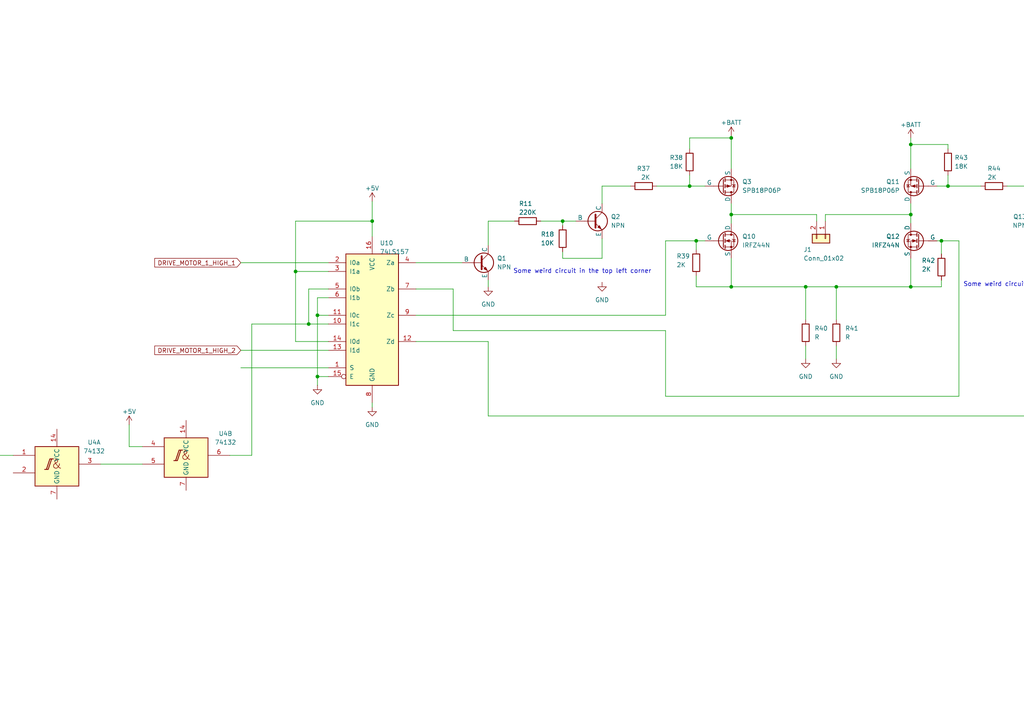
<source format=kicad_sch>
(kicad_sch (version 20231120) (generator "eeschema") (generator_version "8.0")
  (paper "A4")
  (lib_symbols
    (symbol "74xx:74LS157" (pin_names (offset 1.016))
      (property "Reference" "U" (at -7.62 19.05 0))
      (property "Value" "74LS157" (at -7.62 -21.59 0))
      (symbol "74LS157_1_0"
        (pin input line (at -12.7 -15.24 0) (length 5.08) (name "S") (number "1"))
        (pin input line (at -12.7 -2.54 0) (length 5.08) (name "I1c") (number "10"))
        (pin input line (at -12.7 0 0) (length 5.08) (name "I0c") (number "11"))
        (pin output line (at 12.7 -7.62 180) (length 5.08) (name "Zd") (number "12"))
        (pin input line (at -12.7 -10.16 0) (length 5.08) (name "I1d") (number "13"))
        (pin input line (at -12.7 -7.62 0) (length 5.08) (name "I0d") (number "14"))
        (pin input inverted (at -12.7 -17.78 0) (length 5.08) (name "E") (number "15"))
        (pin power_in line (at 0 22.86 270) (length 5.08) (name "VCC") (number "16"))
        (pin input line (at -12.7 15.24 0) (length 5.08) (name "I0a") (number "2"))
        (pin input line (at -12.7 12.7 0) (length 5.08) (name "I1a") (number "3"))
        (pin output line (at 12.7 15.24 180) (length 5.08) (name "Za") (number "4"))
        (pin input line (at -12.7 7.62 0) (length 5.08) (name "I0b") (number "5"))
        (pin input line (at -12.7 5.08 0) (length 5.08) (name "I1b") (number "6"))
        (pin output line (at 12.7 7.62 180) (length 5.08) (name "Zb") (number "7"))
        (pin power_in line (at 0 -25.4 90) (length 5.08) (name "GND") (number "8"))
        (pin output line (at 12.7 0 180) (length 5.08) (name "Zc") (number "9"))
      )
      (symbol "74LS157_1_1"
        (rectangle (start -7.62 17.78) (end 7.62 -20.32) (stroke (width 0.254)) (fill (type background)))
      )
    )
    (symbol "74xx_IEEE:74132"
      (property "Reference" "U" (at 2.54 6.35 0))
      (property "Value" "74132" (at 5.08 -8.89 0))
      (symbol "74132_0_0"
        (polyline (pts (xy -3.556 -1.524) (xy -2.54 -1.524) (xy -1.524 1.524) (xy -1.016 1.524) (xy -2.032 1.524) (xy -3.048 -1.524) (xy -3.048 -1.524)) (stroke (width 0.254)) (fill (type background)))
      )
      (symbol "74132_0_1"
        (rectangle (start -6.35 5.08) (end 6.35 -6.35) (stroke (width 0.254)) (fill (type background)))
        (text "&" (at 0 0 0) (effects (font (size 2.54 2.54))))
        (pin power_in line (at 0 10.16 270) (length 5.08) (name "VCC") (number "14"))
        (pin power_in line (at 0 -10.16 90) (length 3.81) (name "GND") (number "7"))
      )
      (symbol "74132_1_1"
        (pin input line (at -12.7 2.54 0) (length 6.35) (name "~") (number "1"))
        (pin input line (at -12.7 -2.54 0) (length 6.35) (name "~") (number "2"))
        (pin output line (at 12.7 0 180) (length 6.35) (name "~") (number "3"))
      )
      (symbol "74132_2_1"
        (pin input line (at -12.7 2.54 0) (length 6.35) (name "~") (number "4"))
        (pin input line (at -12.7 -2.54 0) (length 6.35) (name "~") (number "5"))
        (pin output line (at 12.7 0 180) (length 6.35) (name "~") (number "6"))
      )
      (symbol "74132_3_1"
        (pin input line (at -12.7 -2.54 0) (length 6.35) (name "~") (number "10"))
        (pin output line (at 12.7 0 180) (length 6.35) (name "~") (number "8"))
        (pin input line (at -12.7 2.54 0) (length 6.35) (name "~") (number "9"))
      )
      (symbol "74132_4_1"
        (pin output line (at 12.7 0 180) (length 6.35) (name "~") (number "11"))
        (pin input line (at -12.7 2.54 0) (length 6.35) (name "~") (number "12"))
        (pin input line (at -12.7 -2.54 0) (length 6.35) (name "~") (number "13"))
      )
    )
    (symbol "Connector_Generic:Conn_01x02" (pin_names (offset 1.016) hide)
      (property "Reference" "J" (at 0 2.54 0))
      (property "Value" "Conn_01x02" (at 0 -5.08 0))
      (symbol "Conn_01x02_1_1"
        (rectangle (start -1.27 -2.413) (end 0 -2.667) (stroke (width 0.1524)))
        (rectangle (start -1.27 0.127) (end 0 -0.127) (stroke (width 0.1524)))
        (rectangle (start -1.27 1.27) (end 1.27 -3.81) (stroke (width 0.254)) (fill (type background)))
        (pin passive line (at -5.08 0 0) (length 3.81) (name "Pin_1") (number "1"))
        (pin passive line (at -5.08 -2.54 0) (length 3.81) (name "Pin_2") (number "2"))
      )
    )
    (symbol "Device:R" (pin_numbers hide) (pin_names (offset 0))
      (property "Reference" "R" (at 2.032 0 90))
      (property "Value" "R" (at 0 0 90))
      (symbol "R_0_1"
        (rectangle (start -1.016 -2.54) (end 1.016 2.54) (stroke (width 0.254)))
      )
      (symbol "R_1_1"
        (pin passive line (at 0 3.81 270) (length 1.27) (name "~") (number "1"))
        (pin passive line (at 0 -3.81 90) (length 1.27) (name "~") (number "2"))
      )
    )
    (symbol "Simulation_SPICE:NMOS" (pin_numbers hide) (pin_names (offset 0))
      (property "Reference" "Q" (at 5.08 1.27 0))
      (property "Value" "NMOS" (at 5.08 -1.27 0))
      (symbol "NMOS_0_1"
        (polyline (pts (xy 0.254 0) (xy -2.54 0)))
        (polyline (pts (xy 0.254 1.905) (xy 0.254 -1.905)) (stroke (width 0.254)))
        (polyline (pts (xy 0.762 -1.27) (xy 0.762 -2.286)) (stroke (width 0.254)))
        (polyline (pts (xy 0.762 0.508) (xy 0.762 -0.508)) (stroke (width 0.254)))
        (polyline (pts (xy 0.762 2.286) (xy 0.762 1.27)) (stroke (width 0.254)))
        (polyline (pts (xy 2.54 2.54) (xy 2.54 1.778)))
        (polyline (pts (xy 2.54 -2.54) (xy 2.54 0) (xy 0.762 0)))
        (polyline (pts (xy 0.762 -1.778) (xy 3.302 -1.778) (xy 3.302 1.778) (xy 0.762 1.778)))
        (polyline (pts (xy 1.016 0) (xy 2.032 0.381) (xy 2.032 -0.381) (xy 1.016 0)) (fill (type outline)))
        (polyline (pts (xy 2.794 0.508) (xy 2.921 0.381) (xy 3.683 0.381) (xy 3.81 0.254)))
        (polyline (pts (xy 3.302 0.381) (xy 2.921 -0.254) (xy 3.683 -0.254) (xy 3.302 0.381)))
        (circle (center 1.651 0) (radius 2.794) (stroke (width 0.254)))
        (circle (center 2.54 -1.778) (radius 0.254) (fill (type outline)))
        (circle (center 2.54 1.778) (radius 0.254) (fill (type outline)))
      )
      (symbol "NMOS_1_1"
        (pin passive line (at 2.54 5.08 270) (length 2.54) (name "D") (number "1"))
        (pin input line (at -5.08 0 0) (length 2.54) (name "G") (number "2"))
        (pin passive line (at 2.54 -5.08 90) (length 2.54) (name "S") (number "3"))
      )
    )
    (symbol "Simulation_SPICE:NPN" (pin_numbers hide) (pin_names (offset 0))
      (property "Reference" "Q" (at -2.54 7.62 0))
      (property "Value" "NPN" (at -2.54 5.08 0))
      (symbol "NPN_0_1"
        (polyline (pts (xy -2.54 0) (xy 0.635 0)) (stroke (width 0.1524)))
        (polyline (pts (xy 0.635 0.635) (xy 2.54 2.54)))
        (polyline (pts (xy 2.794 -1.27) (xy 2.794 -1.27)) (stroke (width 0.1524)))
        (polyline (pts (xy 2.794 -1.27) (xy 2.794 -1.27)) (stroke (width 0.1524)))
        (polyline (pts (xy 0.635 -0.635) (xy 2.54 -2.54) (xy 2.54 -2.54)))
        (polyline (pts (xy 0.635 1.905) (xy 0.635 -1.905) (xy 0.635 -1.905)) (stroke (width 0.508)))
        (polyline (pts (xy 1.27 -1.778) (xy 1.778 -1.27) (xy 2.286 -2.286) (xy 1.27 -1.778) (xy 1.27 -1.778)) (fill (type outline)))
        (circle (center 1.27 0) (radius 2.8194) (stroke (width 0.254)))
      )
      (symbol "NPN_1_1"
        (pin open_collector line (at 2.54 5.08 270) (length 2.54) (name "C") (number "1"))
        (pin input line (at -5.08 0 0) (length 2.54) (name "B") (number "2"))
        (pin open_emitter line (at 2.54 -5.08 90) (length 2.54) (name "E") (number "3"))
      )
    )
    (symbol "Simulation_SPICE:PMOS" (pin_numbers hide) (pin_names (offset 0))
      (property "Reference" "Q" (at 5.08 1.27 0))
      (property "Value" "PMOS" (at 5.08 -1.27 0))
      (symbol "PMOS_0_1"
        (polyline (pts (xy 0.254 0) (xy -2.54 0)))
        (polyline (pts (xy 0.254 1.905) (xy 0.254 -1.905)) (stroke (width 0.254)))
        (polyline (pts (xy 0.762 -1.27) (xy 0.762 -2.286)) (stroke (width 0.254)))
        (polyline (pts (xy 0.762 0.508) (xy 0.762 -0.508)) (stroke (width 0.254)))
        (polyline (pts (xy 0.762 2.286) (xy 0.762 1.27)) (stroke (width 0.254)))
        (polyline (pts (xy 2.54 2.54) (xy 2.54 1.778)))
        (polyline (pts (xy 2.54 -2.54) (xy 2.54 0) (xy 0.762 0)))
        (polyline (pts (xy 0.762 1.778) (xy 3.302 1.778) (xy 3.302 -1.778) (xy 0.762 -1.778)))
        (polyline (pts (xy 2.286 0) (xy 1.27 0.381) (xy 1.27 -0.381) (xy 2.286 0)) (fill (type outline)))
        (polyline (pts (xy 2.794 -0.508) (xy 2.921 -0.381) (xy 3.683 -0.381) (xy 3.81 -0.254)))
        (polyline (pts (xy 3.302 -0.381) (xy 2.921 0.254) (xy 3.683 0.254) (xy 3.302 -0.381)))
        (circle (center 1.651 0) (radius 2.794) (stroke (width 0.254)))
        (circle (center 2.54 -1.778) (radius 0.254) (fill (type outline)))
        (circle (center 2.54 1.778) (radius 0.254) (fill (type outline)))
      )
      (symbol "PMOS_1_1"
        (pin passive line (at 2.54 5.08 270) (length 2.54) (name "D") (number "1"))
        (pin input line (at -5.08 0 0) (length 2.54) (name "G") (number "2"))
        (pin passive line (at 2.54 -5.08 90) (length 2.54) (name "S") (number "3"))
      )
    )
    (symbol "power:+5V" (power) (pin_numbers hide) (pin_names (offset 0) hide)
      (property "Value" "+5V" (at 0 3.556 0))
      (symbol "+5V_0_1"
        (polyline (pts (xy -0.762 1.27) (xy 0 2.54)))
        (polyline (pts (xy 0 0) (xy 0 2.54)))
        (polyline (pts (xy 0 2.54) (xy 0.762 1.27)))
      )
      (symbol "+5V_1_1"
        (pin power_in line (at 0 0 90) (length 0) (name "~") (number "1"))
      )
    )
    (symbol "power:+BATT" (power) (pin_numbers hide) (pin_names (offset 0) hide)
      (property "Value" "+BATT" (at 0 3.556 0))
      (symbol "+BATT_0_1"
        (polyline (pts (xy -0.762 1.27) (xy 0 2.54)))
        (polyline (pts (xy 0 0) (xy 0 2.54)))
        (polyline (pts (xy 0 2.54) (xy 0.762 1.27)))
      )
      (symbol "+BATT_1_1"
        (pin power_in line (at 0 0 90) (length 0) (name "~") (number "1"))
      )
    )
    (symbol "power:GND" (power) (pin_numbers hide) (pin_names (offset 0) hide)
      (property "Value" "GND" (at 0 -3.81 0))
      (symbol "GND_0_1"
        (polyline (pts (xy 0 0) (xy 0 -1.27) (xy 1.27 -1.27) (xy 0 -2.54) (xy -1.27 -1.27) (xy 0 -1.27)))
      )
      (symbol "GND_1_1"
        (pin power_in line (at 0 0 270) (length 0) (name "~") (number "1"))
      )
    )
  )
  (junction (at 330.835 241.935))
  (junction (at 261.62 260.985))
  (junction (at 264.16 62.23))
  (junction (at 92.075 109.22))
  (junction (at 127 241.935))
  (junction (at 231.14 260.985))
  (junction (at 292.1 247.65))
  (junction (at 274.955 53.975))
  (junction (at 111.125 269.24))
  (junction (at 283.21 219.71))
  (junction (at 111.125 287.02))
  (junction (at 108.585 271.78))
  (junction (at 311.785 64.135))
  (junction (at 212.09 40.005))
  (junction (at 219.075 231.775))
  (junction (at 107.95 64.135))
  (junction (at 283.21 260.985))
  (junction (at 252.73 260.985))
  (junction (at 104.775 276.86))
  (junction (at 104.775 256.54))
  (junction (at 273.05 69.85))
  (junction (at 231.14 217.805))
  (junction (at 32.385 300.355))
  (junction (at 294.005 231.775))
  (junction (at 182.245 241.935))
  (junction (at 220.98 247.65))
  (junction (at 231.14 240.03))
  (junction (at 264.16 83.185))
  (junction (at 201.93 69.85))
  (junction (at 264.16 41.91))
  (junction (at 212.09 83.185))
  (junction (at 85.725 78.74))
  (junction (at 163.195 64.135))
  (junction (at 242.57 83.185))
  (junction (at -6.35 132.08))
  (junction (at 200.025 53.975))
  (junction (at 283.21 240.03))
  (junction (at 92.075 91.44))
  (junction (at 233.68 83.185))
  (junction (at 89.535 93.98))
  (junction (at 212.09 62.23))
  (wire (pts (xy 32.385 300.355) (xy 38.1 300.355)))
  (wire (pts (xy 201.93 69.85) (xy 204.47 69.85)))
  (wire (pts (xy 271.78 69.85) (xy 273.05 69.85)))
  (wire (pts (xy 85.725 78.74) (xy 95.25 78.74)))
  (wire (pts (xy 209.55 231.775) (xy 219.075 231.775)))
  (wire (pts (xy 261.62 281.94) (xy 261.62 278.13)))
  (wire (pts (xy 300.355 53.975) (xy 300.355 59.055)))
  (wire (pts (xy 201.93 69.85) (xy 201.93 72.39)))
  (wire (pts (xy 264.16 41.91) (xy 264.16 48.895)))
  (wire (pts (xy 311.785 64.135) (xy 311.785 65.405)))
  (wire (pts (xy 261.62 260.985) (xy 261.62 270.51)))
  (wire (pts (xy 141.605 99.06) (xy 120.65 99.06)))
  (wire (pts (xy 92.075 91.44) (xy 92.075 109.22)))
  (wire (pts (xy 219.075 231.775) (xy 223.52 231.775)))
  (wire (pts (xy 174.625 53.975) (xy 174.625 59.055)))
  (wire (pts (xy 236.855 62.23) (xy 236.855 64.135)))
  (wire (pts (xy 29.21 134.62) (xy 41.275 134.62)))
  (wire (pts (xy 182.245 241.935) (xy 182.245 243.205)))
  (wire (pts (xy 300.355 69.215) (xy 300.355 74.93)))
  (wire (pts (xy 107.95 68.58) (xy 107.95 64.135)))
  (wire (pts (xy 258.445 241.935) (xy 258.445 240.03)))
  (wire (pts (xy 85.725 64.135) (xy 107.95 64.135)))
  (wire (pts (xy 319.405 231.775) (xy 319.405 236.855)))
  (wire (pts (xy 264.16 83.185) (xy 273.05 83.185)))
  (wire (pts (xy 258.445 240.03) (xy 283.21 240.03)))
  (wire (pts (xy 174.625 69.215) (xy 174.625 74.93)))
  (wire (pts (xy 231.14 240.03) (xy 255.905 240.03)))
  (wire (pts (xy 239.395 62.23) (xy 264.16 62.23)))
  (wire (pts (xy 373.38 254) (xy 360.045 254)))
  (wire (pts (xy 150.495 273.685) (xy 150.495 261.62)))
  (wire (pts (xy 264.16 83.185) (xy 242.57 83.185)))
  (wire (pts (xy 231.14 217.17) (xy 231.14 217.805)))
  (wire (pts (xy 160.655 260.985) (xy 160.655 259.08)))
  (wire (pts (xy 182.245 241.935) (xy 186.055 241.935)))
  (wire (pts (xy 219.075 220.98) (xy 219.075 217.805)))
  (wire (pts (xy 85.725 64.135) (xy 85.725 78.74)))
  (wire (pts (xy 220.98 247.65) (xy 220.98 250.19)))
  (wire (pts (xy 95.25 99.06) (xy 85.725 99.06)))
  (wire (pts (xy 89.535 83.82) (xy 95.25 83.82)))
  (wire (pts (xy 127 236.22) (xy 127 241.935)))
  (wire (pts (xy 120.65 76.2) (xy 133.985 76.2)))
  (wire (pts (xy 212.09 83.185) (xy 233.68 83.185)))
  (wire (pts (xy 212.09 62.23) (xy 236.855 62.23)))
  (wire (pts (xy 311.15 231.775) (xy 319.405 231.775)))
  (wire (pts (xy -17.145 132.08) (xy -6.35 132.08)))
  (wire (pts (xy 212.09 247.65) (xy 220.98 247.65)))
  (wire (pts (xy 212.09 39.37) (xy 212.09 40.005)))
  (wire (pts (xy 174.625 74.93) (xy 163.195 74.93)))
  (wire (pts (xy 131.445 95.885) (xy 131.445 83.82)))
  (wire (pts (xy 290.83 231.775) (xy 294.005 231.775)))
  (wire (pts (xy 311.785 64.135) (xy 307.975 64.135)))
  (wire (pts (xy 294.005 231.775) (xy 294.005 228.6)))
  (wire (pts (xy 373.38 254) (xy 373.38 298.45)))
  (wire (pts (xy 278.13 114.935) (xy 193.04 114.935)))
  (wire (pts (xy 283.21 219.71) (xy 294.005 219.71)))
  (wire (pts (xy 297.18 247.65) (xy 297.18 292.735)))
  (wire (pts (xy 69.85 106.68) (xy 95.25 106.68)))
  (wire (pts (xy 261.62 260.985) (xy 252.73 260.985)))
  (wire (pts (xy 220.98 247.65) (xy 223.52 247.65)))
  (wire (pts (xy 190.5 53.975) (xy 200.025 53.975)))
  (wire (pts (xy 231.14 252.73) (xy 231.14 260.985)))
  (wire (pts (xy 283.21 260.985) (xy 261.62 260.985)))
  (wire (pts (xy 111.125 287.02) (xy 111.125 289.56)))
  (wire (pts (xy 212.09 269.24) (xy 139.7 269.24)))
  (wire (pts (xy 32.385 320.04) (xy 32.385 323.215)))
  (wire (pts (xy 264.16 62.23) (xy 264.16 59.055)))
  (wire (pts (xy 212.09 273.685) (xy 150.495 273.685)))
  (wire (pts (xy 193.04 91.44) (xy 120.65 91.44)))
  (wire (pts (xy 273.05 69.85) (xy 273.05 73.66)))
  (wire (pts (xy 127 295.91) (xy 127 294.64)))
  (wire (pts (xy 107.95 58.42) (xy 107.95 64.135)))
  (wire (pts (xy 330.835 241.935) (xy 327.025 241.935)))
  (wire (pts (xy 231.14 240.03) (xy 231.14 236.855)))
  (wire (pts (xy 114.3 264.16) (xy 111.125 264.16)))
  (wire (pts (xy 255.905 240.03) (xy 255.905 241.935)))
  (wire (pts (xy 114.3 276.86) (xy 104.775 276.86)))
  (wire (pts (xy 352.425 260.985) (xy 352.425 259.08)))
  (wire (pts (xy 111.125 264.16) (xy 111.125 269.24)))
  (wire (pts (xy 193.04 69.85) (xy 193.04 91.44)))
  (wire (pts (xy -6.35 132.08) (xy -6.35 138.43)))
  (wire (pts (xy 193.675 247.015) (xy 193.675 252.73)))
  (wire (pts (xy 92.075 109.22) (xy 95.25 109.22)))
  (wire (pts (xy 193.04 69.85) (xy 201.93 69.85)))
  (wire (pts (xy 231.14 260.985) (xy 252.73 260.985)))
  (wire (pts (xy 294.005 220.98) (xy 294.005 219.71)))
  (wire (pts (xy 182.245 252.73) (xy 182.245 250.825)))
  (wire (pts (xy 200.025 53.975) (xy 204.47 53.975)))
  (wire (pts (xy 97.155 300.355) (xy 104.775 300.355)))
  (wire (pts (xy 325.755 64.135) (xy 333.375 64.135)))
  (wire (pts (xy 297.18 292.735) (xy 212.09 292.735)))
  (wire (pts (xy 139.7 254) (xy 153.035 254)))
  (wire (pts (xy 163.195 64.135) (xy 156.845 64.135)))
  (wire (pts (xy 104.775 276.86) (xy 104.775 300.355)))
  (wire (pts (xy 212.09 74.93) (xy 212.09 83.185)))
  (wire (pts (xy 333.375 64.135) (xy 333.375 71.12)))
  (wire (pts (xy 141.605 120.65) (xy 141.605 99.06)))
  (wire (pts (xy 274.955 43.18) (xy 274.955 41.91)))
  (wire (pts (xy 69.85 76.2) (xy 95.25 76.2)))
  (wire (pts (xy 104.775 241.935) (xy 104.775 256.54)))
  (wire (pts (xy 333.375 83.185) (xy 333.375 81.28)))
  (wire (pts (xy 127 246.38) (xy 127 241.935)))
  (wire (pts (xy 242.57 104.14) (xy 242.57 100.33)))
  (wire (pts (xy 111.125 287.02) (xy 114.3 287.02)))
  (wire (pts (xy 66.675 132.08) (xy 73.025 132.08)))
  (wire (pts (xy -6.35 146.05) (xy -6.35 149.225)))
  (wire (pts (xy 220.98 260.985) (xy 231.14 260.985)))
  (wire (pts (xy 283.21 242.57) (xy 283.21 240.03)))
  (wire (pts (xy 311.785 64.135) (xy 318.135 64.135)))
  (wire (pts (xy 141.605 83.185) (xy 141.605 81.28)))
  (wire (pts (xy 233.68 83.185) (xy 233.68 92.71)))
  (wire (pts (xy 163.195 64.135) (xy 163.195 65.405)))
  (wire (pts (xy 193.04 114.935) (xy 193.04 95.885)))
  (wire (pts (xy 219.075 217.805) (xy 231.14 217.805)))
  (wire (pts (xy 283.21 260.985) (xy 292.1 260.985)))
  (wire (pts (xy 32.385 300.355) (xy 32.385 312.42)))
  (wire (pts (xy 3.81 132.08) (xy -6.35 132.08)))
  (wire (pts (xy 200.025 50.8) (xy 200.025 53.975)))
  (wire (pts (xy 219.075 228.6) (xy 219.075 231.775)))
  (wire (pts (xy 73.025 93.98) (xy 73.025 132.08)))
  (wire (pts (xy 292.1 259.08) (xy 292.1 260.985)))
  (wire (pts (xy 201.93 231.775) (xy 193.675 231.775)))
  (wire (pts (xy 108.585 261.62) (xy 114.3 261.62)))
  (wire (pts (xy 63.5 302.895) (xy 71.755 302.895)))
  (wire (pts (xy 283.21 217.805) (xy 283.21 219.71)))
  (wire (pts (xy 89.535 83.82) (xy 89.535 93.98)))
  (wire (pts (xy 89.535 93.98) (xy 95.25 93.98)))
  (wire (pts (xy 95.25 101.6) (xy 69.85 101.6)))
  (wire (pts (xy 231.14 217.805) (xy 231.14 226.695)))
  (wire (pts (xy 264.16 41.91) (xy 274.955 41.91)))
  (wire (pts (xy 200.025 43.18) (xy 200.025 40.005)))
  (wire (pts (xy 131.445 83.82) (xy 120.65 83.82)))
  (wire (pts (xy 330.835 241.935) (xy 337.185 241.935)))
  (wire (pts (xy 149.225 64.135) (xy 141.605 64.135)))
  (wire (pts (xy 271.78 53.975) (xy 274.955 53.975)))
  (wire (pts (xy 141.605 64.135) (xy 141.605 71.12)))
  (wire (pts (xy 233.68 104.14) (xy 233.68 100.33)))
  (wire (pts (xy 92.075 91.44) (xy 95.25 91.44)))
  (wire (pts (xy 37.465 129.54) (xy 37.465 123.19)))
  (wire (pts (xy 104.775 241.935) (xy 127 241.935)))
  (wire (pts (xy 264.16 40.005) (xy 264.16 41.91)))
  (wire (pts (xy 163.195 74.93) (xy 163.195 73.025)))
  (wire (pts (xy 71.755 297.815) (xy 69.215 297.815)))
  (wire (pts (xy 193.675 252.73) (xy 182.245 252.73)))
  (wire (pts (xy 85.725 99.06) (xy 85.725 78.74)))
  (wire (pts (xy 114.3 279.4) (xy 88.9 279.4)))
  (wire (pts (xy 212.09 64.77) (xy 212.09 62.23)))
  (wire (pts (xy 274.955 53.975) (xy 274.955 50.8)))
  (wire (pts (xy 212.09 292.735) (xy 212.09 273.685)))
  (wire (pts (xy 41.275 129.54) (xy 37.465 129.54)))
  (wire (pts (xy 319.405 247.015) (xy 319.405 252.73)))
  (wire (pts (xy 89.535 271.78) (xy 108.585 271.78)))
  (wire (pts (xy 273.05 69.85) (xy 278.13 69.85)))
  (wire (pts (xy 252.73 260.985) (xy 252.73 270.51)))
  (wire (pts (xy 264.16 74.93) (xy 264.16 83.185)))
  (wire (pts (xy 92.075 109.22) (xy 92.075 111.76)))
  (wire (pts (xy 193.04 95.885) (xy 131.445 95.885)))
  (wire (pts (xy 182.88 53.975) (xy 174.625 53.975)))
  (wire (pts (xy 201.93 83.185) (xy 212.09 83.185)))
  (wire (pts (xy 242.57 83.185) (xy 242.57 92.71)))
  (wire (pts (xy 92.075 86.36) (xy 92.075 91.44)))
  (wire (pts (xy 264.16 64.77) (xy 264.16 62.23)))
  (wire (pts (xy 354.33 76.2) (xy 340.995 76.2)))
  (wire (pts (xy 212.09 62.23) (xy 212.09 59.055)))
  (wire (pts (xy 15.24 300.355) (xy 32.385 300.355)))
  (wire (pts (xy 284.48 53.975) (xy 274.955 53.975)))
  (wire (pts (xy 193.675 231.775) (xy 193.675 236.855)))
  (wire (pts (xy 201.93 80.01) (xy 201.93 83.185)))
  (wire (pts (xy 278.13 69.85) (xy 278.13 114.935)))
  (wire (pts (xy 352.425 241.935) (xy 352.425 248.92)))
  (wire (pts (xy 160.655 298.45) (xy 160.655 276.86)))
  (wire (pts (xy 344.805 241.935) (xy 352.425 241.935)))
  (wire (pts (xy 300.355 74.93) (xy 311.785 74.93)))
  (wire (pts (xy 319.405 252.73) (xy 330.835 252.73)))
  (wire (pts (xy 108.585 261.62) (xy 108.585 271.78)))
  (wire (pts (xy 373.38 298.45) (xy 160.655 298.45)))
  (wire (pts (xy 104.775 256.54) (xy 114.3 256.54)))
  (wire (pts (xy 354.33 76.2) (xy 354.33 120.65)))
  (wire (pts (xy 242.57 83.185) (xy 233.68 83.185)))
  (wire (pts (xy 212.09 40.005) (xy 212.09 48.895)))
  (wire (pts (xy 252.73 281.94) (xy 252.73 278.13)))
  (wire (pts (xy 163.195 64.135) (xy 167.005 64.135)))
  (wire (pts (xy 239.395 64.135) (xy 239.395 62.23)))
  (wire (pts (xy 104.775 256.54) (xy 104.775 276.86)))
  (wire (pts (xy 69.215 293.37) (xy 69.215 297.815)))
  (wire (pts (xy 212.09 247.65) (xy 212.09 269.24)))
  (wire (pts (xy 160.655 276.86) (xy 139.7 276.86)))
  (wire (pts (xy 292.1 247.65) (xy 292.1 251.46)))
  (wire (pts (xy 283.21 252.73) (xy 283.21 260.985)))
  (wire (pts (xy 292.1 53.975) (xy 300.355 53.975)))
  (wire (pts (xy 303.53 231.775) (xy 294.005 231.775)))
  (wire (pts (xy 182.245 241.935) (xy 175.895 241.935)))
  (wire (pts (xy 354.33 120.65) (xy 141.605 120.65)))
  (wire (pts (xy 231.14 242.57) (xy 231.14 240.03)))
  (wire (pts (xy 330.835 241.935) (xy 330.835 243.205)))
  (wire (pts (xy 290.83 247.65) (xy 292.1 247.65)))
  (wire (pts (xy 283.21 219.71) (xy 283.21 226.695)))
  (wire (pts (xy 311.785 74.93) (xy 311.785 73.025)))
  (wire (pts (xy 111.125 269.24) (xy 114.3 269.24)))
  (wire (pts (xy 88.9 284.48) (xy 114.3 284.48)))
  (wire (pts (xy 73.025 93.98) (xy 89.535 93.98)))
  (wire (pts (xy 107.95 118.11) (xy 107.95 116.84)))
  (wire (pts (xy 200.025 40.005) (xy 212.09 40.005)))
  (wire (pts (xy 150.495 261.62) (xy 139.7 261.62)))
  (wire (pts (xy 273.05 81.28) (xy 273.05 83.185)))
  (wire (pts (xy 220.98 257.81) (xy 220.98 260.985)))
  (wire (pts (xy 88.9 254) (xy 114.3 254)))
  (wire (pts (xy 330.835 252.73) (xy 330.835 250.825)))
  (wire (pts (xy 168.275 241.935) (xy 160.655 241.935)))
  (wire (pts (xy 95.25 86.36) (xy 92.075 86.36)))
  (wire (pts (xy 111.125 269.24) (xy 111.125 287.02)))
  (wire (pts (xy 292.1 247.65) (xy 297.18 247.65)))
  (wire (pts (xy 160.655 241.935) (xy 160.655 248.92)))
  (wire (pts (xy 283.21 240.03) (xy 283.21 236.855)))
  (wire (pts (xy 108.585 271.78) (xy 114.3 271.78)))
  (text "Some weird circuit in the top left corner" (at 168.91 78.74 0) (effects (font (size 1.27 1.27))))
  (text "Some weird circuit in the top lef corner" (at 299.085 82.55 0) (effects (font (size 1.27 1.27))))
  (text "Some weird circuit in the top left corner" (at 187.96 256.54 0) (effects (font (size 1.27 1.27))))
  (text "Some weird circuit in the top lef corner" (at 318.135 260.35 0) (effects (font (size 1.27 1.27))))
  (global_label "DRIVE_MOTOR_1_HIGH_1" (shape input) (at 69.85 76.2 180) (property "Intersheetrefs" "${INTERSHEET_REFS}" (effects (hide yes))))
  (global_label "DRIVE_MOTOR_2_HIGH_2" (shape input) (at 88.9 279.4 180) (property "Intersheetrefs" "${INTERSHEET_REFS}" (effects (hide yes))))
  (global_label "DRIVE_MOTOR_1_HIGH_2" (shape input) (at 69.85 101.6 180) (property "Intersheetrefs" "${INTERSHEET_REFS}" (effects (hide yes))))
  (global_label "DRIVE_MOTOR_2_LOW" (shape input) (at 15.24 300.355 180) (property "Intersheetrefs" "${INTERSHEET_REFS}" (effects (hide yes))))
  (global_label "DRIVE_MOTOR_1_LOW" (shape input) (at -17.145 132.08 180) (property "Intersheetrefs" "${INTERSHEET_REFS}" (effects (hide yes))))
  (global_label "DRIVE_MOTOR_2_HIGH_1" (shape input) (at 88.9 254 180) (property "Intersheetrefs" "${INTERSHEET_REFS}" (effects (hide yes))))
  (symbol (lib_id "Device:R") (at 186.69 53.975 90) (mirror x) (unit 1)
    (property "Reference" "R37" (at 188.595 48.895 90) (effects (justify left)))
    (property "Value" "2K" (at 188.595 51.435 90) (effects (justify left)))
    (property "Description" "Resistor" (effects (hide yes)))
  )
  (symbol (lib_id "Simulation_SPICE:NMOS") (at 228.6 247.65 0) (unit 1)
    (property "Reference" "Q18" (at 234.315 246.3799 0) (effects (justify left)))
    (property "Value" "IRFZ44N" (at 234.315 248.9199 0) (effects (justify left)))
    (property "Datasheet" "https://ngspice.sourceforge.io/docs/ngspice-html-manual/manual.xhtml#cha_MOSFETs" (effects (hide yes)))
    (property "Description" "N-MOSFET transistor, drain/source/gate" (effects (hide yes)))
    (property "Sim.Device" "NMOS" (effects (hide yes)))
    (property "Sim.Type" "VDMOS" (effects (hide yes)))
    (property "Sim.Pins" "1=D 2=G 3=S" (effects (hide yes)))
  )
  (symbol (lib_id "Device:R") (at 219.075 224.79 0) (mirror y) (unit 1)
    (property "Reference" "R50" (at 217.17 223.5199 0) (effects (justify left)))
    (property "Value" "18K" (at 217.17 226.0599 0) (effects (justify left)))
    (property "Description" "Resistor" (effects (hide yes)))
  )
  (symbol (lib_id "power:+5V") (at 69.215 293.37 0) (unit 1)
    (property "Reference" "#PWR46" (effects (hide yes)))
    (property "Value" "+5V" (at 69.215 289.56 0))
    (property "Description" "Power symbol creates a global label with name \"+5V\"" (effects (hide yes)))
  )
  (symbol (lib_id "power:GND") (at 107.95 118.11 0) (unit 1)
    (property "Reference" "#PWR35" (effects (hide yes)))
    (property "Value" "GND" (at 107.95 123.19 0))
    (property "Description" "Power symbol creates a global label with name \"GND\" , ground" (effects (hide yes)))
  )
  (symbol (lib_id "Device:R") (at 233.68 96.52 0) (unit 1)
    (property "Reference" "R40" (at 236.22 95.2499 0) (effects (justify left)))
    (property "Value" "R" (at 236.22 97.7899 0) (effects (justify left)))
    (property "Description" "Resistor" (effects (hide yes)))
  )
  (symbol (lib_id "74xx:74LS157") (at 107.95 91.44 0) (unit 1)
    (property "Reference" "U10" (at 110.1441 70.485 0) (effects (justify left)))
    (property "Value" "74LS157" (at 110.1441 73.025 0) (effects (justify left)))
    (property "Datasheet" "http://www.ti.com/lit/gpn/sn74LS157" (effects (hide yes)))
    (property "Description" "Quad 2 to 1 line Multiplexer" (effects (hide yes)))
  )
  (symbol (lib_id "power:+BATT") (at 283.21 217.805 0) (unit 1)
    (property "Reference" "#PWR55" (effects (hide yes)))
    (property "Value" "+BATT" (at 283.21 213.995 0))
    (property "Description" "Power symbol creates a global label with name \"+BATT\"" (effects (hide yes)))
  )
  (symbol (lib_id "Device:R") (at 307.34 231.775 270) (unit 1)
    (property "Reference" "R56" (at 305.435 226.695 90) (effects (justify left)))
    (property "Value" "2K" (at 305.435 229.235 90) (effects (justify left)))
    (property "Description" "Resistor" (effects (hide yes)))
  )
  (symbol (lib_id "Simulation_SPICE:NPN") (at 139.065 76.2 0) (unit 1)
    (property "Reference" "Q1" (at 144.145 74.9299 0) (effects (justify left)))
    (property "Value" "NPN" (at 144.145 77.4699 0) (effects (justify left)))
    (property "Datasheet" "https://ngspice.sourceforge.io/docs/ngspice-html-manual/manual.xhtml#cha_BJTs" (effects (hide yes)))
    (property "Description" "Bipolar transistor symbol for simulation only, substrate tied to the emitter" (effects (hide yes)))
    (property "Sim.Device" "NPN" (effects (hide yes)))
    (property "Sim.Type" "GUMMELPOON" (effects (hide yes)))
    (property "Sim.Pins" "1=C 2=B 3=E" (effects (hide yes)))
  )
  (symbol (lib_id "Simulation_SPICE:NMOS") (at 266.7 69.85 0) (mirror y) (unit 1)
    (property "Reference" "Q12" (at 260.985 68.5799 0) (effects (justify left)))
    (property "Value" "IRFZ44N" (at 260.985 71.1199 0) (effects (justify left)))
    (property "Datasheet" "https://ngspice.sourceforge.io/docs/ngspice-html-manual/manual.xhtml#cha_MOSFETs" (effects (hide yes)))
    (property "Description" "N-MOSFET transistor, drain/source/gate" (effects (hide yes)))
    (property "Sim.Device" "NMOS" (effects (hide yes)))
    (property "Sim.Type" "VDMOS" (effects (hide yes)))
    (property "Sim.Pins" "1=D 2=G 3=S" (effects (hide yes)))
  )
  (symbol (lib_id "Device:R") (at 252.73 274.32 0) (unit 1)
    (property "Reference" "R52" (at 255.27 273.0499 0) (effects (justify left)))
    (property "Value" "R" (at 255.27 275.5899 0) (effects (justify left)))
    (property "Description" "Resistor" (effects (hide yes)))
  )
  (symbol (lib_id "Device:R") (at 311.785 69.215 180) (unit 1)
    (property "Reference" "R45" (at 318.135 67.945 0) (effects (justify left)))
    (property "Value" "10K" (at 318.135 70.485 0) (effects (justify left)))
    (property "Description" "Resistor" (effects (hide yes)))
  )
  (symbol (lib_id "Device:R") (at 292.1 255.27 0) (mirror x) (unit 1)
    (property "Reference" "R54" (at 286.385 253.365 0) (effects (justify left)))
    (property "Value" "2K" (at 286.385 255.905 0) (effects (justify left)))
    (property "Description" "Resistor" (effects (hide yes)))
  )
  (symbol (lib_id "Simulation_SPICE:PMOS") (at 209.55 53.975 0) (mirror x) (unit 1)
    (property "Reference" "Q3" (at 215.265 52.7049 0) (effects (justify left)))
    (property "Value" "SPB18P06P" (at 215.265 55.2449 0) (effects (justify left)))
    (property "Datasheet" "https://ngspice.sourceforge.io/docs/ngspice-html-manual/manual.xhtml#cha_MOSFETs" (effects (hide yes)))
    (property "Description" "P-MOSFET transistor, drain/source/gate" (effects (hide yes)))
    (property "Sim.Device" "PMOS" (effects (hide yes)))
    (property "Sim.Type" "VDMOS" (effects (hide yes)))
    (property "Sim.Pins" "1=D 2=G 3=S" (effects (hide yes)))
  )
  (symbol (lib_id "74xx_IEEE:74132") (at 50.8 302.895 0) (unit 3)
    (property "Reference" "U4" (at 62.23 296.5764 0))
    (property "Value" "74132" (at 62.23 299.1164 0))
  )
  (symbol (lib_id "Simulation_SPICE:NPN") (at 172.085 64.135 0) (unit 1)
    (property "Reference" "Q2" (at 177.165 62.8649 0) (effects (justify left)))
    (property "Value" "NPN" (at 177.165 65.4049 0) (effects (justify left)))
    (property "Datasheet" "https://ngspice.sourceforge.io/docs/ngspice-html-manual/manual.xhtml#cha_BJTs" (effects (hide yes)))
    (property "Description" "Bipolar transistor symbol for simulation only, substrate tied to the emitter" (effects (hide yes)))
    (property "Sim.Device" "NPN" (effects (hide yes)))
    (property "Sim.Type" "GUMMELPOON" (effects (hide yes)))
    (property "Sim.Pins" "1=C 2=B 3=E" (effects (hide yes)))
  )
  (symbol (lib_id "power:GND") (at 352.425 260.985 0) (mirror y) (unit 1)
    (property "Reference" "#PWR57" (effects (hide yes)))
    (property "Value" "GND" (at 352.425 266.065 0))
    (property "Description" "Power symbol creates a global label with name \"GND\" , ground" (effects (hide yes)))
  )
  (symbol (lib_id "Simulation_SPICE:NPN") (at 335.915 76.2 0) (mirror y) (unit 1)
    (property "Reference" "Q14" (at 330.835 74.9299 0) (effects (justify left)))
    (property "Value" "NPN" (at 330.835 77.4699 0) (effects (justify left)))
    (property "Datasheet" "https://ngspice.sourceforge.io/docs/ngspice-html-manual/manual.xhtml#cha_BJTs" (effects (hide yes)))
    (property "Description" "Bipolar transistor symbol for simulation only, substrate tied to the emitter" (effects (hide yes)))
    (property "Sim.Device" "NPN" (effects (hide yes)))
    (property "Sim.Type" "GUMMELPOON" (effects (hide yes)))
    (property "Sim.Pins" "1=C 2=B 3=E" (effects (hide yes)))
  )
  (symbol (lib_id "power:GND") (at 193.675 259.715 0) (unit 1)
    (property "Reference" "#PWR51" (effects (hide yes)))
    (property "Value" "GND" (at 193.675 264.795 0))
    (property "Description" "Power symbol creates a global label with name \"GND\" , ground" (effects (hide yes)))
  )
  (symbol (lib_id "power:GND") (at 300.355 86.36 0) (mirror y) (unit 1)
    (property "Reference" "#PWR42" (effects (hide yes)))
    (property "Value" "GND" (at 300.355 91.44 0))
    (property "Description" "Power symbol creates a global label with name \"GND\" , ground" (effects (hide yes)))
  )
  (symbol (lib_id "Device:R") (at 273.05 77.47 0) (mirror x) (unit 1)
    (property "Reference" "R42" (at 267.335 75.565 0) (effects (justify left)))
    (property "Value" "2K" (at 267.335 78.105 0) (effects (justify left)))
    (property "Description" "Resistor" (effects (hide yes)))
  )
  (symbol (lib_id "Simulation_SPICE:NPN") (at 321.945 241.935 0) (mirror y) (unit 1)
    (property "Reference" "Q21" (at 316.865 240.6649 0) (effects (justify left)))
    (property "Value" "NPN" (at 316.865 243.2049 0) (effects (justify left)))
    (property "Datasheet" "https://ngspice.sourceforge.io/docs/ngspice-html-manual/manual.xhtml#cha_BJTs" (effects (hide yes)))
    (property "Description" "Bipolar transistor symbol for simulation only, substrate tied to the emitter" (effects (hide yes)))
    (property "Sim.Device" "NPN" (effects (hide yes)))
    (property "Sim.Type" "GUMMELPOON" (effects (hide yes)))
    (property "Sim.Pins" "1=C 2=B 3=E" (effects (hide yes)))
  )
  (symbol (lib_id "74xx:74LS157") (at 127 269.24 0) (unit 1)
    (property "Reference" "U11" (at 129.1941 248.285 0) (effects (justify left)))
    (property "Value" "74LS157" (at 129.1941 250.825 0) (effects (justify left)))
    (property "Datasheet" "http://www.ti.com/lit/gpn/sn74LS157" (effects (hide yes)))
    (property "Description" "Quad 2 to 1 line Multiplexer" (effects (hide yes)))
  )
  (symbol (lib_id "Connector_Generic:Conn_01x02") (at 239.395 69.215 270) (unit 1)
    (property "Reference" "J1" (at 233.045 72.39 90) (effects (justify left)))
    (property "Value" "Conn_01x02" (at 233.045 74.93 90) (effects (justify left)))
    (property "Description" "Generic connector, single row, 01x02, script generated (kicad-library-utils/schlib/autogen/connector/)" (effects (hide yes)))
  )
  (symbol (lib_id "Device:R") (at 340.995 241.935 90) (unit 1)
    (property "Reference" "R58" (at 343.535 236.855 90) (effects (justify left)))
    (property "Value" "220K" (at 343.535 239.395 90) (effects (justify left)))
    (property "Description" "Resistor" (effects (hide yes)))
  )
  (symbol (lib_id "power:+BATT") (at 264.16 40.005 0) (unit 1)
    (property "Reference" "#PWR41" (effects (hide yes)))
    (property "Value" "+BATT" (at 264.16 36.195 0))
    (property "Description" "Power symbol creates a global label with name \"+BATT\"" (effects (hide yes)))
  )
  (symbol (lib_id "Device:R") (at 201.93 76.2 0) (mirror x) (unit 1)
    (property "Reference" "R39" (at 196.215 74.295 0) (effects (justify left)))
    (property "Value" "2K" (at 196.215 76.835 0) (effects (justify left)))
    (property "Description" "Resistor" (effects (hide yes)))
  )
  (symbol (lib_id "power:GND") (at 261.62 281.94 0) (unit 1)
    (property "Reference" "#PWR54" (effects (hide yes)))
    (property "Value" "GND" (at 261.62 287.02 0))
    (property "Description" "Power symbol creates a global label with name \"GND\" , ground" (effects (hide yes)))
  )
  (symbol (lib_id "power:+BATT") (at 212.09 39.37 0) (unit 1)
    (property "Reference" "#PWR38" (effects (hide yes)))
    (property "Value" "+BATT" (at 212.09 35.56 0))
    (property "Description" "Power symbol creates a global label with name \"+BATT\"" (effects (hide yes)))
  )
  (symbol (lib_id "Device:R") (at 153.035 64.135 270) (mirror x) (unit 1)
    (property "Reference" "R11" (at 150.495 59.055 90) (effects (justify left)))
    (property "Value" "220K" (at 150.495 61.595 90) (effects (justify left)))
    (property "Description" "Resistor" (effects (hide yes)))
  )
  (symbol (lib_id "Connector_Generic:Conn_01x02") (at 258.445 247.015 270) (unit 1)
    (property "Reference" "J4" (at 252.095 250.19 90) (effects (justify left)))
    (property "Value" "Conn_01x02" (at 252.095 252.73 90) (effects (justify left)))
    (property "Description" "Generic connector, single row, 01x02, script generated (kicad-library-utils/schlib/autogen/connector/)" (effects (hide yes)))
  )
  (symbol (lib_id "Device:R") (at 330.835 247.015 180) (unit 1)
    (property "Reference" "R57" (at 337.185 245.745 0) (effects (justify left)))
    (property "Value" "10K" (at 337.185 248.285 0) (effects (justify left)))
    (property "Description" "Resistor" (effects (hide yes)))
  )
  (symbol (lib_id "power:GND") (at 127 295.91 0) (unit 1)
    (property "Reference" "#PWR49" (effects (hide yes)))
    (property "Value" "GND" (at 127 300.99 0))
    (property "Description" "Power symbol creates a global label with name \"GND\" , ground" (effects (hide yes)))
  )
  (symbol (lib_id "power:GND") (at 233.68 104.14 0) (unit 1)
    (property "Reference" "#PWR39" (effects (hide yes)))
    (property "Value" "GND" (at 233.68 109.22 0))
    (property "Description" "Power symbol creates a global label with name \"GND\" , ground" (effects (hide yes)))
  )
  (symbol (lib_id "Device:R") (at 242.57 96.52 0) (unit 1)
    (property "Reference" "R41" (at 245.11 95.2499 0) (effects (justify left)))
    (property "Value" "R" (at 245.11 97.7899 0) (effects (justify left)))
    (property "Description" "Resistor" (effects (hide yes)))
  )
  (symbol (lib_id "power:GND") (at 252.73 281.94 0) (unit 1)
    (property "Reference" "#PWR53" (effects (hide yes)))
    (property "Value" "GND" (at 252.73 287.02 0))
    (property "Description" "Power symbol creates a global label with name \"GND\" , ground" (effects (hide yes)))
  )
  (symbol (lib_id "Simulation_SPICE:NPN") (at 158.115 254 0) (unit 1)
    (property "Reference" "Q15" (at 163.195 252.7299 0) (effects (justify left)))
    (property "Value" "NPN" (at 163.195 255.2699 0) (effects (justify left)))
    (property "Datasheet" "https://ngspice.sourceforge.io/docs/ngspice-html-manual/manual.xhtml#cha_BJTs" (effects (hide yes)))
    (property "Description" "Bipolar transistor symbol for simulation only, substrate tied to the emitter" (effects (hide yes)))
    (property "Sim.Device" "NPN" (effects (hide yes)))
    (property "Sim.Type" "GUMMELPOON" (effects (hide yes)))
    (property "Sim.Pins" "1=C 2=B 3=E" (effects (hide yes)))
  )
  (symbol (lib_id "power:+5V") (at 127 236.22 0) (unit 1)
    (property "Reference" "#PWR48" (effects (hide yes)))
    (property "Value" "+5V" (at 127 232.41 0))
    (property "Description" "Power symbol creates a global label with name \"+5V\"" (effects (hide yes)))
  )
  (symbol (lib_id "power:+5V") (at 107.95 58.42 0) (unit 1)
    (property "Reference" "#PWR23" (effects (hide yes)))
    (property "Value" "+5V" (at 107.95 54.61 0))
    (property "Description" "Power symbol creates a global label with name \"+5V\"" (effects (hide yes)))
  )
  (symbol (lib_id "power:+BATT") (at 231.14 217.17 0) (unit 1)
    (property "Reference" "#PWR52" (effects (hide yes)))
    (property "Value" "+BATT" (at 231.14 213.36 0))
    (property "Description" "Power symbol creates a global label with name \"+BATT\"" (effects (hide yes)))
  )
  (symbol (lib_id "Simulation_SPICE:NPN") (at 191.135 241.935 0) (unit 1)
    (property "Reference" "Q16" (at 196.215 240.6649 0) (effects (justify left)))
    (property "Value" "NPN" (at 196.215 243.2049 0) (effects (justify left)))
    (property "Datasheet" "https://ngspice.sourceforge.io/docs/ngspice-html-manual/manual.xhtml#cha_BJTs" (effects (hide yes)))
    (property "Description" "Bipolar transistor symbol for simulation only, substrate tied to the emitter" (effects (hide yes)))
    (property "Sim.Device" "NPN" (effects (hide yes)))
    (property "Sim.Type" "GUMMELPOON" (effects (hide yes)))
    (property "Sim.Pins" "1=C 2=B 3=E" (effects (hide yes)))
  )
  (symbol (lib_id "power:GND") (at 174.625 81.915 0) (unit 1)
    (property "Reference" "#PWR37" (effects (hide yes)))
    (property "Value" "GND" (at 174.625 86.995 0))
    (property "Description" "Power symbol creates a global label with name \"GND\" , ground" (effects (hide yes)))
  )
  (symbol (lib_id "Device:R") (at 163.195 69.215 0) (mirror x) (unit 1)
    (property "Reference" "R18" (at 156.845 67.945 0) (effects (justify left)))
    (property "Value" "10K" (at 156.845 70.485 0) (effects (justify left)))
    (property "Description" "Resistor" (effects (hide yes)))
  )
  (symbol (lib_id "74xx_IEEE:74132") (at 53.975 132.08 0) (unit 2)
    (property "Reference" "U4" (at 65.405 125.7614 0))
    (property "Value" "74132" (at 65.405 128.3014 0))
  )
  (symbol (lib_id "power:GND") (at -6.35 149.225 0) (unit 1)
    (property "Reference" "#PWR58" (effects (hide yes)))
    (property "Value" "GND" (at -6.35 154.305 0))
    (property "Description" "Power symbol creates a global label with name \"GND\" , ground" (effects (hide yes)))
  )
  (symbol (lib_id "Simulation_SPICE:PMOS") (at 266.7 53.975 180) (unit 1)
    (property "Reference" "Q11" (at 260.985 52.7049 0) (effects (justify left)))
    (property "Value" "SPB18P06P" (at 260.985 55.2449 0) (effects (justify left)))
    (property "Datasheet" "https://ngspice.sourceforge.io/docs/ngspice-html-manual/manual.xhtml#cha_MOSFETs" (effects (hide yes)))
    (property "Description" "P-MOSFET transistor, drain/source/gate" (effects (hide yes)))
    (property "Sim.Device" "PMOS" (effects (hide yes)))
    (property "Sim.Type" "VDMOS" (effects (hide yes)))
    (property "Sim.Pins" "1=D 2=G 3=S" (effects (hide yes)))
  )
  (symbol (lib_id "Simulation_SPICE:NPN") (at 354.965 254 0) (mirror y) (unit 1)
    (property "Reference" "Q22" (at 349.885 252.7299 0) (effects (justify left)))
    (property "Value" "NPN" (at 349.885 255.2699 0) (effects (justify left)))
    (property "Datasheet" "https://ngspice.sourceforge.io/docs/ngspice-html-manual/manual.xhtml#cha_BJTs" (effects (hide yes)))
    (property "Description" "Bipolar transistor symbol for simulation only, substrate tied to the emitter" (effects (hide yes)))
    (property "Sim.Device" "NPN" (effects (hide yes)))
    (property "Sim.Type" "GUMMELPOON" (effects (hide yes)))
    (property "Sim.Pins" "1=C 2=B 3=E" (effects (hide yes)))
  )
  (symbol (lib_id "Device:R") (at 261.62 274.32 0) (unit 1)
    (property "Reference" "R53" (at 264.16 273.0499 0) (effects (justify left)))
    (property "Value" "R" (at 264.16 275.5899 0) (effects (justify left)))
    (property "Description" "Resistor" (effects (hide yes)))
  )
  (symbol (lib_id "Device:R") (at 274.955 46.99 0) (unit 1)
    (property "Reference" "R43" (at 276.86 45.7199 0) (effects (justify left)))
    (property "Value" "18K" (at 276.86 48.2599 0) (effects (justify left)))
    (property "Description" "Resistor" (effects (hide yes)))
  )
  (symbol (lib_id "Device:R") (at 205.74 231.775 90) (mirror x) (unit 1)
    (property "Reference" "R49" (at 207.645 226.695 90) (effects (justify left)))
    (property "Value" "2K" (at 207.645 229.235 90) (effects (justify left)))
    (property "Description" "Resistor" (effects (hide yes)))
  )
  (symbol (lib_id "Device:R") (at 220.98 254 0) (mirror x) (unit 1)
    (property "Reference" "R51" (at 215.265 252.095 0) (effects (justify left)))
    (property "Value" "2K" (at 215.265 254.635 0) (effects (justify left)))
    (property "Description" "Resistor" (effects (hide yes)))
  )
  (symbol (lib_id "Device:R") (at 294.005 224.79 0) (unit 1)
    (property "Reference" "R55" (at 295.91 223.5199 0) (effects (justify left)))
    (property "Value" "18K" (at 295.91 226.0599 0) (effects (justify left)))
    (property "Description" "Resistor" (effects (hide yes)))
  )
  (symbol (lib_id "power:GND") (at 92.075 111.76 0) (unit 1)
    (property "Reference" "#PWR20" (effects (hide yes)))
    (property "Value" "GND" (at 92.075 116.84 0))
    (property "Description" "Power symbol creates a global label with name \"GND\" , ground" (effects (hide yes)))
  )
  (symbol (lib_id "power:GND") (at 333.375 83.185 0) (mirror y) (unit 1)
    (property "Reference" "#PWR44" (effects (hide yes)))
    (property "Value" "GND" (at 333.375 88.265 0))
    (property "Description" "Power symbol creates a global label with name \"GND\" , ground" (effects (hide yes)))
  )
  (symbol (lib_id "power:GND") (at 111.125 289.56 0) (unit 1)
    (property "Reference" "#PWR47" (effects (hide yes)))
    (property "Value" "GND" (at 111.125 294.64 0))
    (property "Description" "Power symbol creates a global label with name \"GND\" , ground" (effects (hide yes)))
  )
  (symbol (lib_id "Device:R") (at 32.385 316.23 0) (mirror x) (unit 1)
    (property "Reference" "R60" (at 26.035 314.96 0) (effects (justify left)))
    (property "Value" "39K" (at 26.035 317.5 0) (effects (justify left)))
    (property "Description" "Resistor" (effects (hide yes)))
  )
  (symbol (lib_id "power:+5V") (at 37.465 123.19 0) (unit 1)
    (property "Reference" "#PWR45" (effects (hide yes)))
    (property "Value" "+5V" (at 37.465 119.38 0))
    (property "Description" "Power symbol creates a global label with name \"+5V\"" (effects (hide yes)))
  )
  (symbol (lib_id "Simulation_SPICE:NMOS") (at 209.55 69.85 0) (unit 1)
    (property "Reference" "Q10" (at 215.265 68.5799 0) (effects (justify left)))
    (property "Value" "IRFZ44N" (at 215.265 71.1199 0) (effects (justify left)))
    (property "Datasheet" "https://ngspice.sourceforge.io/docs/ngspice-html-manual/manual.xhtml#cha_MOSFETs" (effects (hide yes)))
    (property "Description" "N-MOSFET transistor, drain/source/gate" (effects (hide yes)))
    (property "Sim.Device" "NMOS" (effects (hide yes)))
    (property "Sim.Type" "VDMOS" (effects (hide yes)))
    (property "Sim.Pins" "1=D 2=G 3=S" (effects (hide yes)))
  )
  (symbol (lib_id "Simulation_SPICE:NPN") (at 302.895 64.135 0) (mirror y) (unit 1)
    (property "Reference" "Q13" (at 297.815 62.8649 0) (effects (justify left)))
    (property "Value" "NPN" (at 297.815 65.4049 0) (effects (justify left)))
    (property "Datasheet" "https://ngspice.sourceforge.io/docs/ngspice-html-manual/manual.xhtml#cha_BJTs" (effects (hide yes)))
    (property "Description" "Bipolar transistor symbol for simulation only, substrate tied to the emitter" (effects (hide yes)))
    (property "Sim.Device" "NPN" (effects (hide yes)))
    (property "Sim.Type" "GUMMELPOON" (effects (hide yes)))
    (property "Sim.Pins" "1=C 2=B 3=E" (effects (hide yes)))
  )
  (symbol (lib_id "Device:R") (at 182.245 247.015 0) (mirror x) (unit 1)
    (property "Reference" "R48" (at 175.895 245.745 0) (effects (justify left)))
    (property "Value" "10K" (at 175.895 248.285 0) (effects (justify left)))
    (property "Description" "Resistor" (effects (hide yes)))
  )
  (symbol (lib_id "74xx_IEEE:74132") (at 84.455 300.355 0) (unit 4)
    (property "Reference" "U4" (at 95.885 294.0364 0))
    (property "Value" "74132" (at 95.885 296.5764 0))
  )
  (symbol (lib_id "power:GND") (at 319.405 264.16 0) (mirror y) (unit 1)
    (property "Reference" "#PWR56" (effects (hide yes)))
    (property "Value" "GND" (at 319.405 269.24 0))
    (property "Description" "Power symbol creates a global label with name \"GND\" , ground" (effects (hide yes)))
  )
  (symbol (lib_id "Device:R") (at -6.35 142.24 0) (mirror x) (unit 1)
    (property "Reference" "R59" (at -12.7 140.97 0) (effects (justify left)))
    (property "Value" "39K" (at -12.7 143.51 0) (effects (justify left)))
    (property "Description" "Resistor" (effects (hide yes)))
  )
  (symbol (lib_id "Simulation_SPICE:NMOS") (at 285.75 247.65 0) (mirror y) (unit 1)
    (property "Reference" "Q20" (at 280.035 246.3799 0) (effects (justify left)))
    (property "Value" "IRFZ44N" (at 280.035 248.9199 0) (effects (justify left)))
    (property "Datasheet" "https://ngspice.sourceforge.io/docs/ngspice-html-manual/manual.xhtml#cha_MOSFETs" (effects (hide yes)))
    (property "Description" "N-MOSFET transistor, drain/source/gate" (effects (hide yes)))
    (property "Sim.Device" "NMOS" (effects (hide yes)))
    (property "Sim.Type" "VDMOS" (effects (hide yes)))
    (property "Sim.Pins" "1=D 2=G 3=S" (effects (hide yes)))
  )
  (symbol (lib_id "Device:R") (at 321.945 64.135 90) (unit 1)
    (property "Reference" "R46" (at 324.485 59.055 90) (effects (justify left)))
    (property "Value" "220K" (at 324.485 61.595 90) (effects (justify left)))
    (property "Description" "Resistor" (effects (hide yes)))
  )
  (symbol (lib_id "Simulation_SPICE:PMOS") (at 285.75 231.775 180) (unit 1)
    (property "Reference" "Q19" (at 280.035 230.5049 0) (effects (justify left)))
    (property "Value" "SPB18P06P" (at 280.035 233.0449 0) (effects (justify left)))
    (property "Datasheet" "https://ngspice.sourceforge.io/docs/ngspice-html-manual/manual.xhtml#cha_MOSFETs" (effects (hide yes)))
    (property "Description" "P-MOSFET transistor, drain/source/gate" (effects (hide yes)))
    (property "Sim.Device" "PMOS" (effects (hide yes)))
    (property "Sim.Type" "VDMOS" (effects (hide yes)))
    (property "Sim.Pins" "1=D 2=G 3=S" (effects (hide yes)))
  )
  (symbol (lib_id "Device:R") (at 288.29 53.975 270) (unit 1)
    (property "Reference" "R44" (at 286.385 48.895 90) (effects (justify left)))
    (property "Value" "2K" (at 286.385 51.435 90) (effects (justify left)))
    (property "Description" "Resistor" (effects (hide yes)))
  )
  (symbol (lib_id "power:GND") (at 141.605 83.185 0) (unit 1)
    (property "Reference" "#PWR36" (effects (hide yes)))
    (property "Value" "GND" (at 141.605 88.265 0))
    (property "Description" "Power symbol creates a global label with name \"GND\" , ground" (effects (hide yes)))
  )
  (symbol (lib_id "Device:R") (at 172.085 241.935 270) (mirror x) (unit 1)
    (property "Reference" "R47" (at 169.545 236.855 90) (effects (justify left)))
    (property "Value" "220K" (at 169.545 239.395 90) (effects (justify left)))
    (property "Description" "Resistor" (effects (hide yes)))
  )
  (symbol (lib_id "Device:R") (at 200.025 46.99 0) (mirror y) (unit 1)
    (property "Reference" "R38" (at 198.12 45.7199 0) (effects (justify left)))
    (property "Value" "18K" (at 198.12 48.2599 0) (effects (justify left)))
    (property "Description" "Resistor" (effects (hide yes)))
  )
  (symbol (lib_id "power:GND") (at 32.385 323.215 0) (unit 1)
    (property "Reference" "#PWR59" (effects (hide yes)))
    (property "Value" "GND" (at 32.385 328.295 0))
    (property "Description" "Power symbol creates a global label with name \"GND\" , ground" (effects (hide yes)))
  )
  (symbol (lib_id "power:GND") (at 160.655 260.985 0) (unit 1)
    (property "Reference" "#PWR50" (effects (hide yes)))
    (property "Value" "GND" (at 160.655 266.065 0))
    (property "Description" "Power symbol creates a global label with name \"GND\" , ground" (effects (hide yes)))
  )
  (symbol (lib_id "power:GND") (at 242.57 104.14 0) (unit 1)
    (property "Reference" "#PWR40" (effects (hide yes)))
    (property "Value" "GND" (at 242.57 109.22 0))
    (property "Description" "Power symbol creates a global label with name \"GND\" , ground" (effects (hide yes)))
  )
  (symbol (lib_id "74xx_IEEE:74132") (at 16.51 134.62 0) (unit 1)
    (property "Reference" "U4" (at 27.305 128.3014 0))
    (property "Value" "74132" (at 27.305 130.8414 0))
  )
  (symbol (lib_id "Simulation_SPICE:PMOS") (at 228.6 231.775 0) (mirror x) (unit 1)
    (property "Reference" "Q17" (at 234.315 230.5049 0) (effects (justify left)))
    (property "Value" "SPB18P06P" (at 234.315 233.0449 0) (effects (justify left)))
    (property "Datasheet" "https://ngspice.sourceforge.io/docs/ngspice-html-manual/manual.xhtml#cha_MOSFETs" (effects (hide yes)))
    (property "Description" "P-MOSFET transistor, drain/source/gate" (effects (hide yes)))
    (property "Sim.Device" "PMOS" (effects (hide yes)))
    (property "Sim.Type" "VDMOS" (effects (hide yes)))
    (property "Sim.Pins" "1=D 2=G 3=S" (effects (hide yes)))
  )
)
</source>
